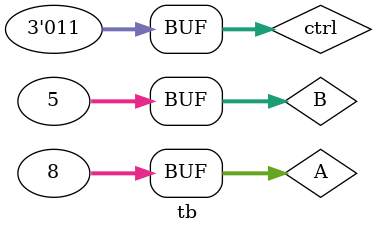
<source format=v>
module tb();

  reg [31:0]A,B;
  reg [2:0] ctrl;
  wire [31:0] Q;
  
  ALU dut(
    .A(A), .B(B), .ctrl(ctrl), .Q(Q)
  );

  initial begin
    $dumpfile("dump.vcd");
    $dumpvars(0);
  end

  initial begin
    A <= 32'd8;
    B <= 32'd5;
    ctrl <= 3'b000;
    #100;
    
    A <= 32'd8;
    B <= 32'd5;
    ctrl <= 3'b001;
    #100;
    
    A <= 32'd8;
    B <= 32'd5;
    ctrl <= 3'b010;
    #100;
    
    A <= 32'd8;
    B <= 32'd5;
    ctrl <= 3'b011;
    #100;
  end

endmodule
</source>
